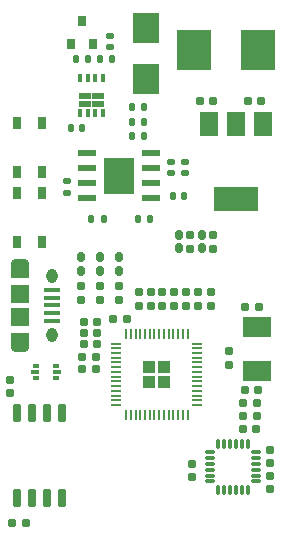
<source format=gbr>
%TF.GenerationSoftware,KiCad,Pcbnew,(6.0.0-0)*%
%TF.CreationDate,2022-06-22T07:40:47-04:00*%
%TF.ProjectId,hermes_v1,6865726d-6573-45f7-9631-2e6b69636164,rev?*%
%TF.SameCoordinates,Original*%
%TF.FileFunction,Paste,Top*%
%TF.FilePolarity,Positive*%
%FSLAX46Y46*%
G04 Gerber Fmt 4.6, Leading zero omitted, Abs format (unit mm)*
G04 Created by KiCad (PCBNEW (6.0.0-0)) date 2022-06-22 07:40:47*
%MOMM*%
%LPD*%
G01*
G04 APERTURE LIST*
G04 Aperture macros list*
%AMRoundRect*
0 Rectangle with rounded corners*
0 $1 Rounding radius*
0 $2 $3 $4 $5 $6 $7 $8 $9 X,Y pos of 4 corners*
0 Add a 4 corners polygon primitive as box body*
4,1,4,$2,$3,$4,$5,$6,$7,$8,$9,$2,$3,0*
0 Add four circle primitives for the rounded corners*
1,1,$1+$1,$2,$3*
1,1,$1+$1,$4,$5*
1,1,$1+$1,$6,$7*
1,1,$1+$1,$8,$9*
0 Add four rect primitives between the rounded corners*
20,1,$1+$1,$2,$3,$4,$5,0*
20,1,$1+$1,$4,$5,$6,$7,0*
20,1,$1+$1,$6,$7,$8,$9,0*
20,1,$1+$1,$8,$9,$2,$3,0*%
G04 Aperture macros list end*
%ADD10RoundRect,0.155000X0.212500X0.155000X-0.212500X0.155000X-0.212500X-0.155000X0.212500X-0.155000X0*%
%ADD11RoundRect,0.155000X-0.155000X0.212500X-0.155000X-0.212500X0.155000X-0.212500X0.155000X0.212500X0*%
%ADD12RoundRect,0.155000X0.155000X-0.212500X0.155000X0.212500X-0.155000X0.212500X-0.155000X-0.212500X0*%
%ADD13RoundRect,0.160000X0.160000X-0.222500X0.160000X0.222500X-0.160000X0.222500X-0.160000X-0.222500X0*%
%ADD14RoundRect,0.160000X0.197500X0.160000X-0.197500X0.160000X-0.197500X-0.160000X0.197500X-0.160000X0*%
%ADD15RoundRect,0.160000X-0.197500X-0.160000X0.197500X-0.160000X0.197500X0.160000X-0.197500X0.160000X0*%
%ADD16RoundRect,0.160000X-0.160000X0.197500X-0.160000X-0.197500X0.160000X-0.197500X0.160000X0.197500X0*%
%ADD17RoundRect,0.250000X0.292217X-0.292217X0.292217X0.292217X-0.292217X0.292217X-0.292217X-0.292217X0*%
%ADD18RoundRect,0.050000X0.050000X-0.387500X0.050000X0.387500X-0.050000X0.387500X-0.050000X-0.387500X0*%
%ADD19RoundRect,0.050000X0.387500X-0.050000X0.387500X0.050000X-0.387500X0.050000X-0.387500X-0.050000X0*%
%ADD20RoundRect,0.150000X0.150000X-0.650000X0.150000X0.650000X-0.150000X0.650000X-0.150000X-0.650000X0*%
%ADD21RoundRect,0.075000X0.075000X-0.350000X0.075000X0.350000X-0.075000X0.350000X-0.075000X-0.350000X0*%
%ADD22RoundRect,0.075000X0.350000X0.075000X-0.350000X0.075000X-0.350000X-0.075000X0.350000X-0.075000X0*%
%ADD23R,2.400000X1.700000*%
%ADD24RoundRect,0.155000X-0.212500X-0.155000X0.212500X-0.155000X0.212500X0.155000X-0.212500X0.155000X0*%
%ADD25R,0.650000X1.050000*%
%ADD26O,0.950000X1.250000*%
%ADD27O,1.550000X0.890000*%
%ADD28R,1.350000X0.400000*%
%ADD29R,1.550000X1.500000*%
%ADD30R,1.550000X1.200000*%
%ADD31RoundRect,0.160000X0.160000X-0.197500X0.160000X0.197500X-0.160000X0.197500X-0.160000X-0.197500X0*%
%ADD32RoundRect,0.160000X-0.160000X0.222500X-0.160000X-0.222500X0.160000X-0.222500X0.160000X0.222500X0*%
%ADD33R,0.500000X0.375000*%
%ADD34R,0.650000X0.300000*%
%ADD35RoundRect,0.140000X-0.140000X-0.170000X0.140000X-0.170000X0.140000X0.170000X-0.140000X0.170000X0*%
%ADD36R,2.950000X3.500000*%
%ADD37RoundRect,0.140000X0.170000X-0.140000X0.170000X0.140000X-0.170000X0.140000X-0.170000X-0.140000X0*%
%ADD38RoundRect,0.135000X0.135000X0.185000X-0.135000X0.185000X-0.135000X-0.185000X0.135000X-0.185000X0*%
%ADD39R,2.600000X3.100000*%
%ADD40R,1.550000X0.600000*%
%ADD41RoundRect,0.135000X0.185000X-0.135000X0.185000X0.135000X-0.185000X0.135000X-0.185000X-0.135000X0*%
%ADD42RoundRect,0.140000X-0.170000X0.140000X-0.170000X-0.140000X0.170000X-0.140000X0.170000X0.140000X0*%
%ADD43RoundRect,0.140000X0.140000X0.170000X-0.140000X0.170000X-0.140000X-0.170000X0.140000X-0.170000X0*%
%ADD44R,0.420000X0.700000*%
%ADD45R,1.000000X0.600000*%
%ADD46R,0.800000X0.900000*%
%ADD47R,1.500000X2.000000*%
%ADD48R,3.800000X2.000000*%
%ADD49R,2.300000X2.500000*%
G04 APERTURE END LIST*
D10*
%TO.C,C6*%
X247460000Y-67775000D03*
X246325000Y-67775000D03*
%TD*%
%TO.C,C8*%
X247460000Y-66825000D03*
X246325000Y-66825000D03*
%TD*%
D11*
%TO.C,C11*%
X256050000Y-64320000D03*
X256050000Y-65455000D03*
%TD*%
%TO.C,C12*%
X255000000Y-64320000D03*
X255000000Y-65455000D03*
%TD*%
%TO.C,C13*%
X254000000Y-64320000D03*
X254000000Y-65455000D03*
%TD*%
%TO.C,C14*%
X253000000Y-64320000D03*
X253000000Y-65455000D03*
%TD*%
%TO.C,C15*%
X252000000Y-64320000D03*
X252000000Y-65455000D03*
%TD*%
%TO.C,C16*%
X251000000Y-64320000D03*
X251000000Y-65455000D03*
%TD*%
D10*
%TO.C,C17*%
X261108750Y-72625000D03*
X259973750Y-72625000D03*
%TD*%
%TO.C,C18*%
X261133750Y-65592500D03*
X259998750Y-65592500D03*
%TD*%
D12*
%TO.C,C19*%
X240125000Y-72842500D03*
X240125000Y-71707500D03*
%TD*%
%TO.C,C20*%
X255525000Y-79967500D03*
X255525000Y-78832500D03*
%TD*%
%TO.C,C22*%
X262125000Y-78792500D03*
X262125000Y-77657500D03*
%TD*%
D10*
%TO.C,C25*%
X260942500Y-75875000D03*
X259807500Y-75875000D03*
%TD*%
D11*
%TO.C,C26*%
X262125000Y-79857500D03*
X262125000Y-80992500D03*
%TD*%
D13*
%TO.C,D2*%
X249300000Y-62510000D03*
X249300000Y-61365000D03*
%TD*%
%TO.C,D3*%
X247700000Y-62510000D03*
X247700000Y-61365000D03*
%TD*%
%TO.C,D4*%
X246100000Y-62510000D03*
X246100000Y-61365000D03*
%TD*%
D14*
%TO.C,R5*%
X260972500Y-74800000D03*
X259777500Y-74800000D03*
%TD*%
%TO.C,R6*%
X260972500Y-73725000D03*
X259777500Y-73725000D03*
%TD*%
D15*
%TO.C,R7*%
X240252500Y-83875000D03*
X241447500Y-83875000D03*
%TD*%
D16*
%TO.C,R13*%
X247700000Y-63740000D03*
X247700000Y-64935000D03*
%TD*%
%TO.C,R14*%
X246100000Y-63740000D03*
X246100000Y-64935000D03*
%TD*%
D17*
%TO.C,U3*%
X251887500Y-71887500D03*
X251887500Y-70612500D03*
X253162500Y-70612500D03*
X253162500Y-71887500D03*
D18*
X249925000Y-74687500D03*
X250325000Y-74687500D03*
X250725000Y-74687500D03*
X251125000Y-74687500D03*
X251525000Y-74687500D03*
X251925000Y-74687500D03*
X252325000Y-74687500D03*
X252725000Y-74687500D03*
X253125000Y-74687500D03*
X253525000Y-74687500D03*
X253925000Y-74687500D03*
X254325000Y-74687500D03*
X254725000Y-74687500D03*
X255125000Y-74687500D03*
D19*
X255962500Y-73850000D03*
X255962500Y-73450000D03*
X255962500Y-73050000D03*
X255962500Y-72650000D03*
X255962500Y-72250000D03*
X255962500Y-71850000D03*
X255962500Y-71450000D03*
X255962500Y-71050000D03*
X255962500Y-70650000D03*
X255962500Y-70250000D03*
X255962500Y-69850000D03*
X255962500Y-69450000D03*
X255962500Y-69050000D03*
X255962500Y-68650000D03*
D18*
X255125000Y-67812500D03*
X254725000Y-67812500D03*
X254325000Y-67812500D03*
X253925000Y-67812500D03*
X253525000Y-67812500D03*
X253125000Y-67812500D03*
X252725000Y-67812500D03*
X252325000Y-67812500D03*
X251925000Y-67812500D03*
X251525000Y-67812500D03*
X251125000Y-67812500D03*
X250725000Y-67812500D03*
X250325000Y-67812500D03*
X249925000Y-67812500D03*
D19*
X249087500Y-68650000D03*
X249087500Y-69050000D03*
X249087500Y-69450000D03*
X249087500Y-69850000D03*
X249087500Y-70250000D03*
X249087500Y-70650000D03*
X249087500Y-71050000D03*
X249087500Y-71450000D03*
X249087500Y-71850000D03*
X249087500Y-72250000D03*
X249087500Y-72650000D03*
X249087500Y-73050000D03*
X249087500Y-73450000D03*
X249087500Y-73850000D03*
%TD*%
D20*
%TO.C,U4*%
X240645000Y-81700000D03*
X241915000Y-81700000D03*
X243185000Y-81700000D03*
X244455000Y-81700000D03*
X244455000Y-74500000D03*
X243185000Y-74500000D03*
X241915000Y-74500000D03*
X240645000Y-74500000D03*
%TD*%
D21*
%TO.C,U5*%
X257725000Y-81025000D03*
X258225000Y-81025000D03*
X258725000Y-81025000D03*
X259225000Y-81025000D03*
X259725000Y-81025000D03*
X260225000Y-81025000D03*
D22*
X260925000Y-80325000D03*
X260925000Y-79825000D03*
X260925000Y-79325000D03*
X260925000Y-78825000D03*
X260925000Y-78325000D03*
X260925000Y-77825000D03*
D21*
X260225000Y-77125000D03*
X259725000Y-77125000D03*
X259225000Y-77125000D03*
X258725000Y-77125000D03*
X258225000Y-77125000D03*
X257725000Y-77125000D03*
D22*
X257025000Y-77825000D03*
X257025000Y-78325000D03*
X257025000Y-78825000D03*
X257025000Y-79325000D03*
X257025000Y-79825000D03*
X257025000Y-80325000D03*
%TD*%
D23*
%TO.C,Y1*%
X261000000Y-70975000D03*
X261000000Y-67275000D03*
%TD*%
D24*
%TO.C,C9*%
X248832500Y-66550000D03*
X249967500Y-66550000D03*
%TD*%
D15*
%TO.C,R3*%
X246155000Y-70830000D03*
X247350000Y-70830000D03*
%TD*%
D25*
%TO.C,SW1*%
X240650000Y-55925000D03*
X240650000Y-60075000D03*
X242800000Y-55925000D03*
X242800000Y-60075000D03*
%TD*%
D26*
%TO.C,J2*%
X243650000Y-67925000D03*
D27*
X240950000Y-61925000D03*
X240950000Y-68925000D03*
D26*
X243650000Y-62925000D03*
D28*
X243650000Y-64125000D03*
X243650000Y-64775000D03*
X243650000Y-65425000D03*
X243650000Y-66075000D03*
X243650000Y-66725000D03*
D29*
X240950000Y-64425000D03*
X240950000Y-66425000D03*
D30*
X240950000Y-62525000D03*
X240950000Y-68325000D03*
%TD*%
D31*
%TO.C,R9*%
X258600000Y-70472500D03*
X258600000Y-69277500D03*
%TD*%
D11*
%TO.C,C10*%
X257100000Y-64320000D03*
X257100000Y-65455000D03*
%TD*%
D25*
%TO.C,SW2*%
X242825000Y-54162500D03*
X242825000Y-50012500D03*
X240675000Y-54162500D03*
X240675000Y-50012500D03*
%TD*%
D10*
%TO.C,C7*%
X247460000Y-68725000D03*
X246325000Y-68725000D03*
%TD*%
D16*
%TO.C,R12*%
X249300000Y-63740000D03*
X249300000Y-64935000D03*
%TD*%
%TO.C,R15*%
X257315000Y-59420000D03*
X257315000Y-60615000D03*
%TD*%
%TO.C,R16*%
X255340000Y-59420000D03*
X255340000Y-60615000D03*
%TD*%
D32*
%TO.C,D5*%
X256315000Y-59445000D03*
X256315000Y-60590000D03*
%TD*%
%TO.C,D6*%
X254365000Y-59445000D03*
X254365000Y-60590000D03*
%TD*%
D15*
%TO.C,R4*%
X246155000Y-69800000D03*
X247350000Y-69800000D03*
%TD*%
D33*
%TO.C,U7*%
X244025000Y-71587500D03*
D34*
X244100000Y-71050000D03*
D33*
X244025000Y-70512500D03*
X242325000Y-70512500D03*
D34*
X242250000Y-71050000D03*
D33*
X242325000Y-71587500D03*
%TD*%
D35*
%TO.C,C24*%
X253870000Y-56150000D03*
X254830000Y-56150000D03*
%TD*%
D36*
%TO.C,L2*%
X255675000Y-43800000D03*
X261125000Y-43800000D03*
%TD*%
D24*
%TO.C,C3*%
X256182500Y-48125000D03*
X257317500Y-48125000D03*
%TD*%
%TO.C,C5*%
X260207500Y-48125000D03*
X261342500Y-48125000D03*
%TD*%
D37*
%TO.C,C31*%
X253750000Y-54230000D03*
X253750000Y-53270000D03*
%TD*%
D38*
%TO.C,R8*%
X251910000Y-58125000D03*
X250890000Y-58125000D03*
%TD*%
D39*
%TO.C,U6*%
X249300000Y-54450000D03*
D40*
X246600000Y-52545000D03*
X246600000Y-53815000D03*
X246600000Y-55085000D03*
X246600000Y-56355000D03*
X252000000Y-56355000D03*
X252000000Y-55085000D03*
X252000000Y-53815000D03*
X252000000Y-52545000D03*
%TD*%
D41*
%TO.C,R10*%
X244925000Y-55885000D03*
X244925000Y-54865000D03*
%TD*%
D42*
%TO.C,C27*%
X254950000Y-53270000D03*
X254950000Y-54230000D03*
%TD*%
D43*
%TO.C,C28*%
X246180000Y-50425000D03*
X245220000Y-50425000D03*
%TD*%
D37*
%TO.C,C30*%
X248550000Y-43555000D03*
X248550000Y-42595000D03*
%TD*%
D35*
%TO.C,C32*%
X250445000Y-51075000D03*
X251405000Y-51075000D03*
%TD*%
D43*
%TO.C,C29*%
X248705000Y-44600000D03*
X247745000Y-44600000D03*
%TD*%
D38*
%TO.C,R17*%
X246660000Y-44600000D03*
X245640000Y-44600000D03*
%TD*%
D44*
%TO.C,Q1*%
X246025000Y-49150000D03*
D45*
X246435000Y-47670000D03*
X247565000Y-48380000D03*
X247565000Y-47670000D03*
D44*
X247325000Y-49150000D03*
X247975000Y-49150000D03*
D45*
X246435000Y-48380000D03*
D44*
X246675000Y-49150000D03*
X247975000Y-46150000D03*
X247325000Y-46150000D03*
X246675000Y-46150000D03*
X246025000Y-46150000D03*
%TD*%
D35*
%TO.C,C23*%
X250440000Y-49925000D03*
X251400000Y-49925000D03*
%TD*%
D46*
%TO.C,D8*%
X247150000Y-43325000D03*
X246200000Y-41325000D03*
X245250000Y-43325000D03*
%TD*%
D35*
%TO.C,C21*%
X250440000Y-48600000D03*
X251400000Y-48600000D03*
%TD*%
D47*
%TO.C,U2*%
X261535000Y-50095000D03*
D48*
X259235000Y-56395000D03*
D47*
X259235000Y-50095000D03*
X256935000Y-50095000D03*
%TD*%
D49*
%TO.C,D7*%
X251600000Y-46225000D03*
X251600000Y-41925000D03*
%TD*%
D38*
%TO.C,R11*%
X248010000Y-58100000D03*
X246990000Y-58100000D03*
%TD*%
M02*

</source>
